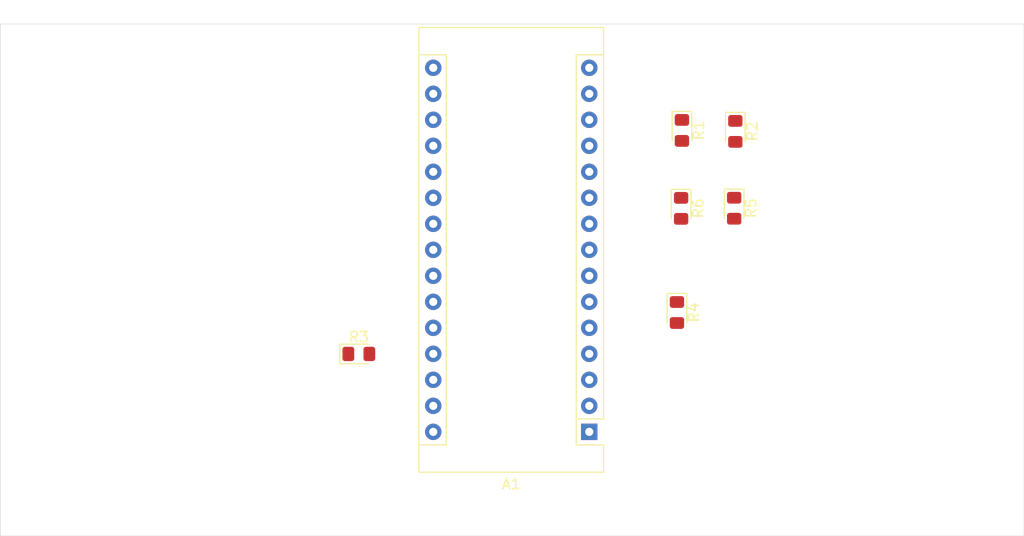
<source format=kicad_pcb>
(kicad_pcb (version 20171130) (host pcbnew "(5.1.5)-3")

  (general
    (thickness 1.6)
    (drawings 4)
    (tracks 0)
    (zones 0)
    (modules 7)
    (nets 31)
  )

  (page A4)
  (layers
    (0 F.Cu signal)
    (31 B.Cu signal)
    (32 B.Adhes user)
    (33 F.Adhes user)
    (34 B.Paste user)
    (35 F.Paste user)
    (36 B.SilkS user)
    (37 F.SilkS user)
    (38 B.Mask user)
    (39 F.Mask user)
    (40 Dwgs.User user)
    (41 Cmts.User user)
    (42 Eco1.User user)
    (43 Eco2.User user)
    (44 Edge.Cuts user)
    (45 Margin user)
    (46 B.CrtYd user)
    (47 F.CrtYd user)
    (48 B.Fab user)
    (49 F.Fab user)
  )

  (setup
    (last_trace_width 0.25)
    (trace_clearance 0.2)
    (zone_clearance 0.508)
    (zone_45_only no)
    (trace_min 0.2)
    (via_size 0.8)
    (via_drill 0.4)
    (via_min_size 0.4)
    (via_min_drill 0.3)
    (uvia_size 0.3)
    (uvia_drill 0.1)
    (uvias_allowed no)
    (uvia_min_size 0.2)
    (uvia_min_drill 0.1)
    (edge_width 0.05)
    (segment_width 0.2)
    (pcb_text_width 0.3)
    (pcb_text_size 1.5 1.5)
    (mod_edge_width 0.12)
    (mod_text_size 1 1)
    (mod_text_width 0.15)
    (pad_size 1.524 1.524)
    (pad_drill 0.762)
    (pad_to_mask_clearance 0.051)
    (solder_mask_min_width 0.25)
    (aux_axis_origin 0 0)
    (visible_elements FFFFFF7F)
    (pcbplotparams
      (layerselection 0x010fc_ffffffff)
      (usegerberextensions false)
      (usegerberattributes false)
      (usegerberadvancedattributes false)
      (creategerberjobfile false)
      (excludeedgelayer true)
      (linewidth 0.100000)
      (plotframeref false)
      (viasonmask false)
      (mode 1)
      (useauxorigin false)
      (hpglpennumber 1)
      (hpglpenspeed 20)
      (hpglpendiameter 15.000000)
      (psnegative false)
      (psa4output false)
      (plotreference true)
      (plotvalue true)
      (plotinvisibletext false)
      (padsonsilk false)
      (subtractmaskfromsilk false)
      (outputformat 1)
      (mirror false)
      (drillshape 1)
      (scaleselection 1)
      (outputdirectory ""))
  )

  (net 0 "")
  (net 1 "Net-(A1-Pad1)")
  (net 2 "Net-(A1-Pad17)")
  (net 3 "Net-(A1-Pad2)")
  (net 4 "Net-(A1-Pad18)")
  (net 5 "Net-(A1-Pad3)")
  (net 6 A0)
  (net 7 GNDREF)
  (net 8 A1)
  (net 9 "Net-(A1-Pad5)")
  (net 10 "Net-(A1-Pad21)")
  (net 11 JB1)
  (net 12 "Net-(A1-Pad22)")
  (net 13 "Net-(A1-Pad7)")
  (net 14 "Net-(A1-Pad23)")
  (net 15 "Net-(A1-Pad8)")
  (net 16 "Net-(A1-Pad24)")
  (net 17 "Net-(A1-Pad9)")
  (net 18 "Net-(A1-Pad25)")
  (net 19 B4)
  (net 20 "Net-(A1-Pad26)")
  (net 21 B3)
  (net 22 +5V)
  (net 23 B2)
  (net 24 "Net-(A1-Pad28)")
  (net 25 B1)
  (net 26 "Net-(A1-Pad14)")
  (net 27 "Net-(A1-Pad30)")
  (net 28 "Net-(A1-Pad15)")
  (net 29 "Net-(A1-Pad16)")
  (net 30 "Net-(R3-Pad1)")

  (net_class Default "This is the default net class."
    (clearance 0.2)
    (trace_width 0.25)
    (via_dia 0.8)
    (via_drill 0.4)
    (uvia_dia 0.3)
    (uvia_drill 0.1)
    (add_net +5V)
    (add_net A0)
    (add_net A1)
    (add_net B1)
    (add_net B2)
    (add_net B3)
    (add_net B4)
    (add_net GNDREF)
    (add_net JB1)
    (add_net "Net-(A1-Pad1)")
    (add_net "Net-(A1-Pad14)")
    (add_net "Net-(A1-Pad15)")
    (add_net "Net-(A1-Pad16)")
    (add_net "Net-(A1-Pad17)")
    (add_net "Net-(A1-Pad18)")
    (add_net "Net-(A1-Pad2)")
    (add_net "Net-(A1-Pad21)")
    (add_net "Net-(A1-Pad22)")
    (add_net "Net-(A1-Pad23)")
    (add_net "Net-(A1-Pad24)")
    (add_net "Net-(A1-Pad25)")
    (add_net "Net-(A1-Pad26)")
    (add_net "Net-(A1-Pad28)")
    (add_net "Net-(A1-Pad3)")
    (add_net "Net-(A1-Pad30)")
    (add_net "Net-(A1-Pad5)")
    (add_net "Net-(A1-Pad7)")
    (add_net "Net-(A1-Pad8)")
    (add_net "Net-(A1-Pad9)")
    (add_net "Net-(R3-Pad1)")
  )

  (module Module:Arduino_Nano (layer F.Cu) (tedit 58ACAF70) (tstamp 5ECCB422)
    (at 137.535399 111.840599 180)
    (descr "Arduino Nano, http://www.mouser.com/pdfdocs/Gravitech_Arduino_Nano3_0.pdf")
    (tags "Arduino Nano")
    (path /5EB70971)
    (fp_text reference A1 (at 7.62 -5.08) (layer F.SilkS)
      (effects (font (size 1 1) (thickness 0.15)))
    )
    (fp_text value Arduino_Nano_v2.x (at 8.89 19.05 90) (layer F.Fab)
      (effects (font (size 1 1) (thickness 0.15)))
    )
    (fp_text user %R (at 6.35 19.05 90) (layer F.Fab)
      (effects (font (size 1 1) (thickness 0.15)))
    )
    (fp_line (start 1.27 1.27) (end 1.27 -1.27) (layer F.SilkS) (width 0.12))
    (fp_line (start 1.27 -1.27) (end -1.4 -1.27) (layer F.SilkS) (width 0.12))
    (fp_line (start -1.4 1.27) (end -1.4 39.5) (layer F.SilkS) (width 0.12))
    (fp_line (start -1.4 -3.94) (end -1.4 -1.27) (layer F.SilkS) (width 0.12))
    (fp_line (start 13.97 -1.27) (end 16.64 -1.27) (layer F.SilkS) (width 0.12))
    (fp_line (start 13.97 -1.27) (end 13.97 36.83) (layer F.SilkS) (width 0.12))
    (fp_line (start 13.97 36.83) (end 16.64 36.83) (layer F.SilkS) (width 0.12))
    (fp_line (start 1.27 1.27) (end -1.4 1.27) (layer F.SilkS) (width 0.12))
    (fp_line (start 1.27 1.27) (end 1.27 36.83) (layer F.SilkS) (width 0.12))
    (fp_line (start 1.27 36.83) (end -1.4 36.83) (layer F.SilkS) (width 0.12))
    (fp_line (start 3.81 31.75) (end 11.43 31.75) (layer F.Fab) (width 0.1))
    (fp_line (start 11.43 31.75) (end 11.43 41.91) (layer F.Fab) (width 0.1))
    (fp_line (start 11.43 41.91) (end 3.81 41.91) (layer F.Fab) (width 0.1))
    (fp_line (start 3.81 41.91) (end 3.81 31.75) (layer F.Fab) (width 0.1))
    (fp_line (start -1.4 39.5) (end 16.64 39.5) (layer F.SilkS) (width 0.12))
    (fp_line (start 16.64 39.5) (end 16.64 -3.94) (layer F.SilkS) (width 0.12))
    (fp_line (start 16.64 -3.94) (end -1.4 -3.94) (layer F.SilkS) (width 0.12))
    (fp_line (start 16.51 39.37) (end -1.27 39.37) (layer F.Fab) (width 0.1))
    (fp_line (start -1.27 39.37) (end -1.27 -2.54) (layer F.Fab) (width 0.1))
    (fp_line (start -1.27 -2.54) (end 0 -3.81) (layer F.Fab) (width 0.1))
    (fp_line (start 0 -3.81) (end 16.51 -3.81) (layer F.Fab) (width 0.1))
    (fp_line (start 16.51 -3.81) (end 16.51 39.37) (layer F.Fab) (width 0.1))
    (fp_line (start -1.53 -4.06) (end 16.75 -4.06) (layer F.CrtYd) (width 0.05))
    (fp_line (start -1.53 -4.06) (end -1.53 42.16) (layer F.CrtYd) (width 0.05))
    (fp_line (start 16.75 42.16) (end 16.75 -4.06) (layer F.CrtYd) (width 0.05))
    (fp_line (start 16.75 42.16) (end -1.53 42.16) (layer F.CrtYd) (width 0.05))
    (pad 1 thru_hole rect (at 0 0 180) (size 1.6 1.6) (drill 0.8) (layers *.Cu *.Mask)
      (net 1 "Net-(A1-Pad1)"))
    (pad 17 thru_hole oval (at 15.24 33.02 180) (size 1.6 1.6) (drill 0.8) (layers *.Cu *.Mask)
      (net 2 "Net-(A1-Pad17)"))
    (pad 2 thru_hole oval (at 0 2.54 180) (size 1.6 1.6) (drill 0.8) (layers *.Cu *.Mask)
      (net 3 "Net-(A1-Pad2)"))
    (pad 18 thru_hole oval (at 15.24 30.48 180) (size 1.6 1.6) (drill 0.8) (layers *.Cu *.Mask)
      (net 4 "Net-(A1-Pad18)"))
    (pad 3 thru_hole oval (at 0 5.08 180) (size 1.6 1.6) (drill 0.8) (layers *.Cu *.Mask)
      (net 5 "Net-(A1-Pad3)"))
    (pad 19 thru_hole oval (at 15.24 27.94 180) (size 1.6 1.6) (drill 0.8) (layers *.Cu *.Mask)
      (net 6 A0))
    (pad 4 thru_hole oval (at 0 7.62 180) (size 1.6 1.6) (drill 0.8) (layers *.Cu *.Mask)
      (net 7 GNDREF))
    (pad 20 thru_hole oval (at 15.24 25.4 180) (size 1.6 1.6) (drill 0.8) (layers *.Cu *.Mask)
      (net 8 A1))
    (pad 5 thru_hole oval (at 0 10.16 180) (size 1.6 1.6) (drill 0.8) (layers *.Cu *.Mask)
      (net 9 "Net-(A1-Pad5)"))
    (pad 21 thru_hole oval (at 15.24 22.86 180) (size 1.6 1.6) (drill 0.8) (layers *.Cu *.Mask)
      (net 10 "Net-(A1-Pad21)"))
    (pad 6 thru_hole oval (at 0 12.7 180) (size 1.6 1.6) (drill 0.8) (layers *.Cu *.Mask)
      (net 11 JB1))
    (pad 22 thru_hole oval (at 15.24 20.32 180) (size 1.6 1.6) (drill 0.8) (layers *.Cu *.Mask)
      (net 12 "Net-(A1-Pad22)"))
    (pad 7 thru_hole oval (at 0 15.24 180) (size 1.6 1.6) (drill 0.8) (layers *.Cu *.Mask)
      (net 13 "Net-(A1-Pad7)"))
    (pad 23 thru_hole oval (at 15.24 17.78 180) (size 1.6 1.6) (drill 0.8) (layers *.Cu *.Mask)
      (net 14 "Net-(A1-Pad23)"))
    (pad 8 thru_hole oval (at 0 17.78 180) (size 1.6 1.6) (drill 0.8) (layers *.Cu *.Mask)
      (net 15 "Net-(A1-Pad8)"))
    (pad 24 thru_hole oval (at 15.24 15.24 180) (size 1.6 1.6) (drill 0.8) (layers *.Cu *.Mask)
      (net 16 "Net-(A1-Pad24)"))
    (pad 9 thru_hole oval (at 0 20.32 180) (size 1.6 1.6) (drill 0.8) (layers *.Cu *.Mask)
      (net 17 "Net-(A1-Pad9)"))
    (pad 25 thru_hole oval (at 15.24 12.7 180) (size 1.6 1.6) (drill 0.8) (layers *.Cu *.Mask)
      (net 18 "Net-(A1-Pad25)"))
    (pad 10 thru_hole oval (at 0 22.86 180) (size 1.6 1.6) (drill 0.8) (layers *.Cu *.Mask)
      (net 19 B4))
    (pad 26 thru_hole oval (at 15.24 10.16 180) (size 1.6 1.6) (drill 0.8) (layers *.Cu *.Mask)
      (net 20 "Net-(A1-Pad26)"))
    (pad 11 thru_hole oval (at 0 25.4 180) (size 1.6 1.6) (drill 0.8) (layers *.Cu *.Mask)
      (net 21 B3))
    (pad 27 thru_hole oval (at 15.24 7.62 180) (size 1.6 1.6) (drill 0.8) (layers *.Cu *.Mask)
      (net 22 +5V))
    (pad 12 thru_hole oval (at 0 27.94 180) (size 1.6 1.6) (drill 0.8) (layers *.Cu *.Mask)
      (net 23 B2))
    (pad 28 thru_hole oval (at 15.24 5.08 180) (size 1.6 1.6) (drill 0.8) (layers *.Cu *.Mask)
      (net 24 "Net-(A1-Pad28)"))
    (pad 13 thru_hole oval (at 0 30.48 180) (size 1.6 1.6) (drill 0.8) (layers *.Cu *.Mask)
      (net 25 B1))
    (pad 29 thru_hole oval (at 15.24 2.54 180) (size 1.6 1.6) (drill 0.8) (layers *.Cu *.Mask)
      (net 7 GNDREF))
    (pad 14 thru_hole oval (at 0 33.02 180) (size 1.6 1.6) (drill 0.8) (layers *.Cu *.Mask)
      (net 26 "Net-(A1-Pad14)"))
    (pad 30 thru_hole oval (at 15.24 0 180) (size 1.6 1.6) (drill 0.8) (layers *.Cu *.Mask)
      (net 27 "Net-(A1-Pad30)"))
    (pad 15 thru_hole oval (at 0 35.56 180) (size 1.6 1.6) (drill 0.8) (layers *.Cu *.Mask)
      (net 28 "Net-(A1-Pad15)"))
    (pad 16 thru_hole oval (at 15.24 35.56 180) (size 1.6 1.6) (drill 0.8) (layers *.Cu *.Mask)
      (net 29 "Net-(A1-Pad16)"))
    (model ${KISYS3DMOD}/Module.3dshapes/Arduino_Nano_WithMountingHoles.wrl
      (at (xyz 0 0 0))
      (scale (xyz 1 1 1))
      (rotate (xyz 0 0 0))
    )
  )

  (module LED_SMD:LED_0805_2012Metric_Pad1.15x1.40mm_HandSolder (layer F.Cu) (tedit 5B4B45C9) (tstamp 5ECCB435)
    (at 146.5834 82.3939 270)
    (descr "LED SMD 0805 (2012 Metric), square (rectangular) end terminal, IPC_7351 nominal, (Body size source: https://docs.google.com/spreadsheets/d/1BsfQQcO9C6DZCsRaXUlFlo91Tg2WpOkGARC1WS5S8t0/edit?usp=sharing), generated with kicad-footprint-generator")
    (tags "LED handsolder")
    (path /5EB73329)
    (attr smd)
    (fp_text reference R1 (at 0 -1.65 90) (layer F.SilkS)
      (effects (font (size 1 1) (thickness 0.15)))
    )
    (fp_text value 220 (at 0 1.65 90) (layer F.Fab)
      (effects (font (size 1 1) (thickness 0.15)))
    )
    (fp_line (start 1 -0.6) (end -0.7 -0.6) (layer F.Fab) (width 0.1))
    (fp_line (start -0.7 -0.6) (end -1 -0.3) (layer F.Fab) (width 0.1))
    (fp_line (start -1 -0.3) (end -1 0.6) (layer F.Fab) (width 0.1))
    (fp_line (start -1 0.6) (end 1 0.6) (layer F.Fab) (width 0.1))
    (fp_line (start 1 0.6) (end 1 -0.6) (layer F.Fab) (width 0.1))
    (fp_line (start 1 -0.96) (end -1.86 -0.96) (layer F.SilkS) (width 0.12))
    (fp_line (start -1.86 -0.96) (end -1.86 0.96) (layer F.SilkS) (width 0.12))
    (fp_line (start -1.86 0.96) (end 1 0.96) (layer F.SilkS) (width 0.12))
    (fp_line (start -1.85 0.95) (end -1.85 -0.95) (layer F.CrtYd) (width 0.05))
    (fp_line (start -1.85 -0.95) (end 1.85 -0.95) (layer F.CrtYd) (width 0.05))
    (fp_line (start 1.85 -0.95) (end 1.85 0.95) (layer F.CrtYd) (width 0.05))
    (fp_line (start 1.85 0.95) (end -1.85 0.95) (layer F.CrtYd) (width 0.05))
    (fp_text user %R (at 0 0 90) (layer F.Fab)
      (effects (font (size 0.5 0.5) (thickness 0.08)))
    )
    (pad 1 smd roundrect (at -1.025 0 270) (size 1.15 1.4) (layers F.Cu F.Paste F.Mask) (roundrect_rratio 0.217391)
      (net 25 B1))
    (pad 2 smd roundrect (at 1.025 0 270) (size 1.15 1.4) (layers F.Cu F.Paste F.Mask) (roundrect_rratio 0.217391)
      (net 7 GNDREF))
    (model ${KISYS3DMOD}/LED_SMD.3dshapes/LED_0805_2012Metric.wrl
      (at (xyz 0 0 0))
      (scale (xyz 1 1 1))
      (rotate (xyz 0 0 0))
    )
  )

  (module LED_SMD:LED_0805_2012Metric_Pad1.15x1.40mm_HandSolder (layer F.Cu) (tedit 5B4B45C9) (tstamp 5ECCB448)
    (at 151.8031 82.4902 270)
    (descr "LED SMD 0805 (2012 Metric), square (rectangular) end terminal, IPC_7351 nominal, (Body size source: https://docs.google.com/spreadsheets/d/1BsfQQcO9C6DZCsRaXUlFlo91Tg2WpOkGARC1WS5S8t0/edit?usp=sharing), generated with kicad-footprint-generator")
    (tags "LED handsolder")
    (path /5EB79033)
    (attr smd)
    (fp_text reference R2 (at 0 -1.65 90) (layer F.SilkS)
      (effects (font (size 1 1) (thickness 0.15)))
    )
    (fp_text value 220 (at 0 1.65 90) (layer F.Fab)
      (effects (font (size 1 1) (thickness 0.15)))
    )
    (fp_text user %R (at 0 0 90) (layer F.Fab)
      (effects (font (size 0.5 0.5) (thickness 0.08)))
    )
    (fp_line (start 1.85 0.95) (end -1.85 0.95) (layer F.CrtYd) (width 0.05))
    (fp_line (start 1.85 -0.95) (end 1.85 0.95) (layer F.CrtYd) (width 0.05))
    (fp_line (start -1.85 -0.95) (end 1.85 -0.95) (layer F.CrtYd) (width 0.05))
    (fp_line (start -1.85 0.95) (end -1.85 -0.95) (layer F.CrtYd) (width 0.05))
    (fp_line (start -1.86 0.96) (end 1 0.96) (layer F.SilkS) (width 0.12))
    (fp_line (start -1.86 -0.96) (end -1.86 0.96) (layer F.SilkS) (width 0.12))
    (fp_line (start 1 -0.96) (end -1.86 -0.96) (layer F.SilkS) (width 0.12))
    (fp_line (start 1 0.6) (end 1 -0.6) (layer F.Fab) (width 0.1))
    (fp_line (start -1 0.6) (end 1 0.6) (layer F.Fab) (width 0.1))
    (fp_line (start -1 -0.3) (end -1 0.6) (layer F.Fab) (width 0.1))
    (fp_line (start -0.7 -0.6) (end -1 -0.3) (layer F.Fab) (width 0.1))
    (fp_line (start 1 -0.6) (end -0.7 -0.6) (layer F.Fab) (width 0.1))
    (pad 2 smd roundrect (at 1.025 0 270) (size 1.15 1.4) (layers F.Cu F.Paste F.Mask) (roundrect_rratio 0.217391)
      (net 7 GNDREF))
    (pad 1 smd roundrect (at -1.025 0 270) (size 1.15 1.4) (layers F.Cu F.Paste F.Mask) (roundrect_rratio 0.217391)
      (net 23 B2))
    (model ${KISYS3DMOD}/LED_SMD.3dshapes/LED_0805_2012Metric.wrl
      (at (xyz 0 0 0))
      (scale (xyz 1 1 1))
      (rotate (xyz 0 0 0))
    )
  )

  (module LED_SMD:LED_0805_2012Metric_Pad1.15x1.40mm_HandSolder (layer F.Cu) (tedit 5B4B45C9) (tstamp 5ECCB45B)
    (at 115.0276 104.2289)
    (descr "LED SMD 0805 (2012 Metric), square (rectangular) end terminal, IPC_7351 nominal, (Body size source: https://docs.google.com/spreadsheets/d/1BsfQQcO9C6DZCsRaXUlFlo91Tg2WpOkGARC1WS5S8t0/edit?usp=sharing), generated with kicad-footprint-generator")
    (tags "LED handsolder")
    (path /5EB7FD75)
    (attr smd)
    (fp_text reference R3 (at 0 -1.65) (layer F.SilkS)
      (effects (font (size 1 1) (thickness 0.15)))
    )
    (fp_text value 220 (at 0 1.65) (layer F.Fab)
      (effects (font (size 1 1) (thickness 0.15)))
    )
    (fp_line (start 1 -0.6) (end -0.7 -0.6) (layer F.Fab) (width 0.1))
    (fp_line (start -0.7 -0.6) (end -1 -0.3) (layer F.Fab) (width 0.1))
    (fp_line (start -1 -0.3) (end -1 0.6) (layer F.Fab) (width 0.1))
    (fp_line (start -1 0.6) (end 1 0.6) (layer F.Fab) (width 0.1))
    (fp_line (start 1 0.6) (end 1 -0.6) (layer F.Fab) (width 0.1))
    (fp_line (start 1 -0.96) (end -1.86 -0.96) (layer F.SilkS) (width 0.12))
    (fp_line (start -1.86 -0.96) (end -1.86 0.96) (layer F.SilkS) (width 0.12))
    (fp_line (start -1.86 0.96) (end 1 0.96) (layer F.SilkS) (width 0.12))
    (fp_line (start -1.85 0.95) (end -1.85 -0.95) (layer F.CrtYd) (width 0.05))
    (fp_line (start -1.85 -0.95) (end 1.85 -0.95) (layer F.CrtYd) (width 0.05))
    (fp_line (start 1.85 -0.95) (end 1.85 0.95) (layer F.CrtYd) (width 0.05))
    (fp_line (start 1.85 0.95) (end -1.85 0.95) (layer F.CrtYd) (width 0.05))
    (fp_text user %R (at 0 0) (layer F.Fab)
      (effects (font (size 0.5 0.5) (thickness 0.08)))
    )
    (pad 1 smd roundrect (at -1.025 0) (size 1.15 1.4) (layers F.Cu F.Paste F.Mask) (roundrect_rratio 0.217391)
      (net 30 "Net-(R3-Pad1)"))
    (pad 2 smd roundrect (at 1.025 0) (size 1.15 1.4) (layers F.Cu F.Paste F.Mask) (roundrect_rratio 0.217391)
      (net 22 +5V))
    (model ${KISYS3DMOD}/LED_SMD.3dshapes/LED_0805_2012Metric.wrl
      (at (xyz 0 0 0))
      (scale (xyz 1 1 1))
      (rotate (xyz 0 0 0))
    )
  )

  (module LED_SMD:LED_0805_2012Metric_Pad1.15x1.40mm_HandSolder (layer F.Cu) (tedit 5B4B45C9) (tstamp 5ECCB46E)
    (at 146.1008 100.1813 270)
    (descr "LED SMD 0805 (2012 Metric), square (rectangular) end terminal, IPC_7351 nominal, (Body size source: https://docs.google.com/spreadsheets/d/1BsfQQcO9C6DZCsRaXUlFlo91Tg2WpOkGARC1WS5S8t0/edit?usp=sharing), generated with kicad-footprint-generator")
    (tags "LED handsolder")
    (path /5EB8C01E)
    (attr smd)
    (fp_text reference R4 (at 0 -1.65 90) (layer F.SilkS)
      (effects (font (size 1 1) (thickness 0.15)))
    )
    (fp_text value 220 (at 0 1.65 90) (layer F.Fab)
      (effects (font (size 1 1) (thickness 0.15)))
    )
    (fp_text user %R (at 0 0 90) (layer F.Fab)
      (effects (font (size 0.5 0.5) (thickness 0.08)))
    )
    (fp_line (start 1.85 0.95) (end -1.85 0.95) (layer F.CrtYd) (width 0.05))
    (fp_line (start 1.85 -0.95) (end 1.85 0.95) (layer F.CrtYd) (width 0.05))
    (fp_line (start -1.85 -0.95) (end 1.85 -0.95) (layer F.CrtYd) (width 0.05))
    (fp_line (start -1.85 0.95) (end -1.85 -0.95) (layer F.CrtYd) (width 0.05))
    (fp_line (start -1.86 0.96) (end 1 0.96) (layer F.SilkS) (width 0.12))
    (fp_line (start -1.86 -0.96) (end -1.86 0.96) (layer F.SilkS) (width 0.12))
    (fp_line (start 1 -0.96) (end -1.86 -0.96) (layer F.SilkS) (width 0.12))
    (fp_line (start 1 0.6) (end 1 -0.6) (layer F.Fab) (width 0.1))
    (fp_line (start -1 0.6) (end 1 0.6) (layer F.Fab) (width 0.1))
    (fp_line (start -1 -0.3) (end -1 0.6) (layer F.Fab) (width 0.1))
    (fp_line (start -0.7 -0.6) (end -1 -0.3) (layer F.Fab) (width 0.1))
    (fp_line (start 1 -0.6) (end -0.7 -0.6) (layer F.Fab) (width 0.1))
    (pad 2 smd roundrect (at 1.025 0 270) (size 1.15 1.4) (layers F.Cu F.Paste F.Mask) (roundrect_rratio 0.217391)
      (net 7 GNDREF))
    (pad 1 smd roundrect (at -1.025 0 270) (size 1.15 1.4) (layers F.Cu F.Paste F.Mask) (roundrect_rratio 0.217391)
      (net 11 JB1))
    (model ${KISYS3DMOD}/LED_SMD.3dshapes/LED_0805_2012Metric.wrl
      (at (xyz 0 0 0))
      (scale (xyz 1 1 1))
      (rotate (xyz 0 0 0))
    )
  )

  (module LED_SMD:LED_0805_2012Metric_Pad1.15x1.40mm_HandSolder (layer F.Cu) (tedit 5B4B45C9) (tstamp 5ECCB481)
    (at 151.6888 89.9959 270)
    (descr "LED SMD 0805 (2012 Metric), square (rectangular) end terminal, IPC_7351 nominal, (Body size source: https://docs.google.com/spreadsheets/d/1BsfQQcO9C6DZCsRaXUlFlo91Tg2WpOkGARC1WS5S8t0/edit?usp=sharing), generated with kicad-footprint-generator")
    (tags "LED handsolder")
    (path /5EB7CE72)
    (attr smd)
    (fp_text reference R5 (at 0 -1.65 90) (layer F.SilkS)
      (effects (font (size 1 1) (thickness 0.15)))
    )
    (fp_text value 220 (at 0 1.65 90) (layer F.Fab)
      (effects (font (size 1 1) (thickness 0.15)))
    )
    (fp_line (start 1 -0.6) (end -0.7 -0.6) (layer F.Fab) (width 0.1))
    (fp_line (start -0.7 -0.6) (end -1 -0.3) (layer F.Fab) (width 0.1))
    (fp_line (start -1 -0.3) (end -1 0.6) (layer F.Fab) (width 0.1))
    (fp_line (start -1 0.6) (end 1 0.6) (layer F.Fab) (width 0.1))
    (fp_line (start 1 0.6) (end 1 -0.6) (layer F.Fab) (width 0.1))
    (fp_line (start 1 -0.96) (end -1.86 -0.96) (layer F.SilkS) (width 0.12))
    (fp_line (start -1.86 -0.96) (end -1.86 0.96) (layer F.SilkS) (width 0.12))
    (fp_line (start -1.86 0.96) (end 1 0.96) (layer F.SilkS) (width 0.12))
    (fp_line (start -1.85 0.95) (end -1.85 -0.95) (layer F.CrtYd) (width 0.05))
    (fp_line (start -1.85 -0.95) (end 1.85 -0.95) (layer F.CrtYd) (width 0.05))
    (fp_line (start 1.85 -0.95) (end 1.85 0.95) (layer F.CrtYd) (width 0.05))
    (fp_line (start 1.85 0.95) (end -1.85 0.95) (layer F.CrtYd) (width 0.05))
    (fp_text user %R (at 0 0 90) (layer F.Fab)
      (effects (font (size 0.5 0.5) (thickness 0.08)))
    )
    (pad 1 smd roundrect (at -1.025 0 270) (size 1.15 1.4) (layers F.Cu F.Paste F.Mask) (roundrect_rratio 0.217391)
      (net 21 B3))
    (pad 2 smd roundrect (at 1.025 0 270) (size 1.15 1.4) (layers F.Cu F.Paste F.Mask) (roundrect_rratio 0.217391)
      (net 7 GNDREF))
    (model ${KISYS3DMOD}/LED_SMD.3dshapes/LED_0805_2012Metric.wrl
      (at (xyz 0 0 0))
      (scale (xyz 1 1 1))
      (rotate (xyz 0 0 0))
    )
  )

  (module LED_SMD:LED_0805_2012Metric_Pad1.15x1.40mm_HandSolder (layer F.Cu) (tedit 5B4B45C9) (tstamp 5ECCB494)
    (at 146.5072 90.0086 270)
    (descr "LED SMD 0805 (2012 Metric), square (rectangular) end terminal, IPC_7351 nominal, (Body size source: https://docs.google.com/spreadsheets/d/1BsfQQcO9C6DZCsRaXUlFlo91Tg2WpOkGARC1WS5S8t0/edit?usp=sharing), generated with kicad-footprint-generator")
    (tags "LED handsolder")
    (path /5EB7E079)
    (attr smd)
    (fp_text reference R6 (at 0 -1.65 90) (layer F.SilkS)
      (effects (font (size 1 1) (thickness 0.15)))
    )
    (fp_text value 220 (at 0 1.65 90) (layer F.Fab)
      (effects (font (size 1 1) (thickness 0.15)))
    )
    (fp_text user %R (at 0 0 90) (layer F.Fab)
      (effects (font (size 0.5 0.5) (thickness 0.08)))
    )
    (fp_line (start 1.85 0.95) (end -1.85 0.95) (layer F.CrtYd) (width 0.05))
    (fp_line (start 1.85 -0.95) (end 1.85 0.95) (layer F.CrtYd) (width 0.05))
    (fp_line (start -1.85 -0.95) (end 1.85 -0.95) (layer F.CrtYd) (width 0.05))
    (fp_line (start -1.85 0.95) (end -1.85 -0.95) (layer F.CrtYd) (width 0.05))
    (fp_line (start -1.86 0.96) (end 1 0.96) (layer F.SilkS) (width 0.12))
    (fp_line (start -1.86 -0.96) (end -1.86 0.96) (layer F.SilkS) (width 0.12))
    (fp_line (start 1 -0.96) (end -1.86 -0.96) (layer F.SilkS) (width 0.12))
    (fp_line (start 1 0.6) (end 1 -0.6) (layer F.Fab) (width 0.1))
    (fp_line (start -1 0.6) (end 1 0.6) (layer F.Fab) (width 0.1))
    (fp_line (start -1 -0.3) (end -1 0.6) (layer F.Fab) (width 0.1))
    (fp_line (start -0.7 -0.6) (end -1 -0.3) (layer F.Fab) (width 0.1))
    (fp_line (start 1 -0.6) (end -0.7 -0.6) (layer F.Fab) (width 0.1))
    (pad 2 smd roundrect (at 1.025 0 270) (size 1.15 1.4) (layers F.Cu F.Paste F.Mask) (roundrect_rratio 0.217391)
      (net 7 GNDREF))
    (pad 1 smd roundrect (at -1.025 0 270) (size 1.15 1.4) (layers F.Cu F.Paste F.Mask) (roundrect_rratio 0.217391)
      (net 19 B4))
    (model ${KISYS3DMOD}/LED_SMD.3dshapes/LED_0805_2012Metric.wrl
      (at (xyz 0 0 0))
      (scale (xyz 1 1 1))
      (rotate (xyz 0 0 0))
    )
  )

  (gr_line (start 80 122) (end 80 72) (layer Edge.Cuts) (width 0.05))
  (gr_line (start 180 122) (end 80 122) (layer Edge.Cuts) (width 0.05))
  (gr_line (start 180 72) (end 180 122) (layer Edge.Cuts) (width 0.05))
  (gr_line (start 80 72) (end 180 72) (layer Edge.Cuts) (width 0.05))

)

</source>
